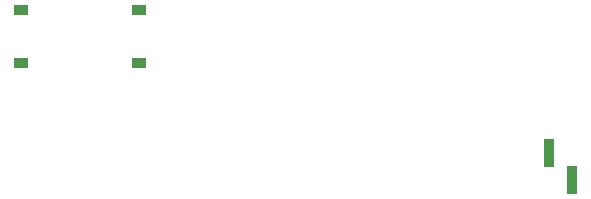
<source format=gbr>
%TF.GenerationSoftware,KiCad,Pcbnew,9.0.0*%
%TF.CreationDate,2025-05-16T22:32:30-04:00*%
%TF.ProjectId,Front Plate,46726f6e-7420-4506-9c61-74652e6b6963,rev?*%
%TF.SameCoordinates,Original*%
%TF.FileFunction,Paste,Bot*%
%TF.FilePolarity,Positive*%
%FSLAX46Y46*%
G04 Gerber Fmt 4.6, Leading zero omitted, Abs format (unit mm)*
G04 Created by KiCad (PCBNEW 9.0.0) date 2025-05-16 22:32:30*
%MOMM*%
%LPD*%
G01*
G04 APERTURE LIST*
%ADD10R,0.850000X2.350000*%
%ADD11R,1.193800X0.889000*%
G04 APERTURE END LIST*
D10*
%TO.C,P1*%
X146610000Y-94095000D03*
X148610000Y-96445000D03*
%TD*%
D11*
%TO.C,SW1*%
X111930000Y-82029999D03*
X101930000Y-82029999D03*
X111930000Y-86530001D03*
X101930000Y-86530001D03*
%TD*%
M02*

</source>
